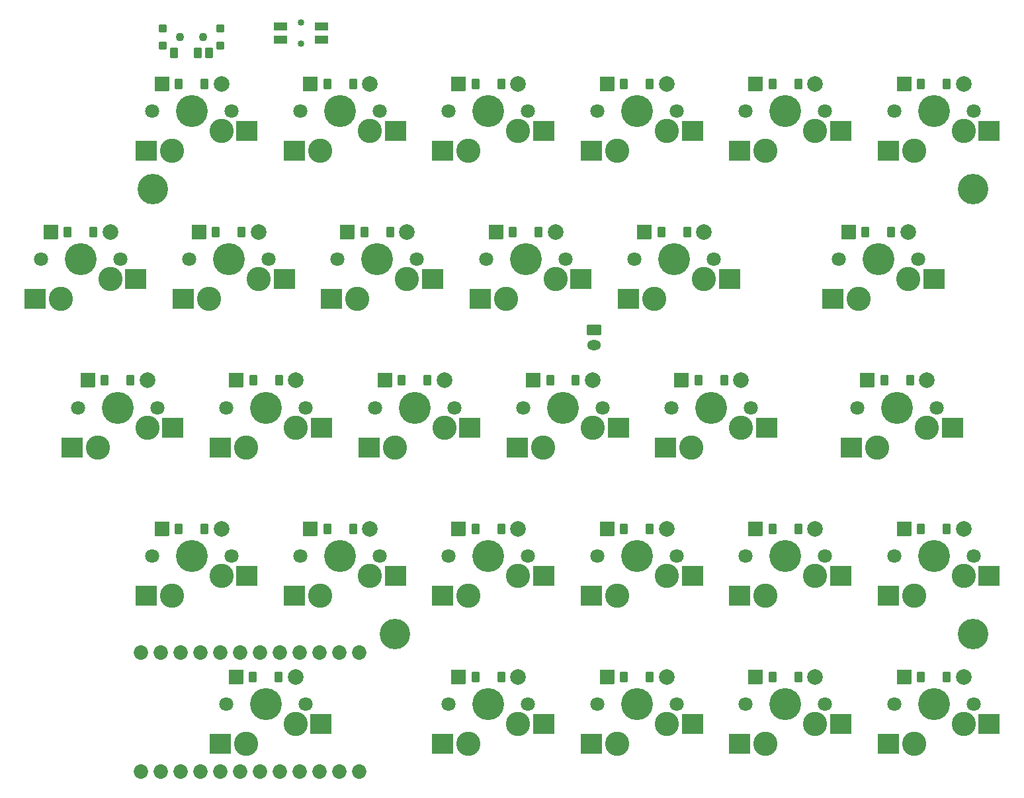
<source format=gbr>
%TF.GenerationSoftware,KiCad,Pcbnew,9.0.7*%
%TF.CreationDate,2026-01-20T23:17:06-08:00*%
%TF.ProjectId,right,72696768-742e-46b6-9963-61645f706362,v1.0.0*%
%TF.SameCoordinates,Original*%
%TF.FileFunction,Soldermask,Bot*%
%TF.FilePolarity,Negative*%
%FSLAX46Y46*%
G04 Gerber Fmt 4.6, Leading zero omitted, Abs format (unit mm)*
G04 Created by KiCad (PCBNEW 9.0.7) date 2026-01-20 23:17:06*
%MOMM*%
%LPD*%
G01*
G04 APERTURE LIST*
G04 Aperture macros list*
%AMRoundRect*
0 Rectangle with rounded corners*
0 $1 Rounding radius*
0 $2 $3 $4 $5 $6 $7 $8 $9 X,Y pos of 4 corners*
0 Add a 4 corners polygon primitive as box body*
4,1,4,$2,$3,$4,$5,$6,$7,$8,$9,$2,$3,0*
0 Add four circle primitives for the rounded corners*
1,1,$1+$1,$2,$3*
1,1,$1+$1,$4,$5*
1,1,$1+$1,$6,$7*
1,1,$1+$1,$8,$9*
0 Add four rect primitives between the rounded corners*
20,1,$1+$1,$2,$3,$4,$5,0*
20,1,$1+$1,$4,$5,$6,$7,0*
20,1,$1+$1,$6,$7,$8,$9,0*
20,1,$1+$1,$8,$9,$2,$3,0*%
G04 Aperture macros list end*
%ADD10RoundRect,0.050000X-0.450000X-0.450000X0.450000X-0.450000X0.450000X0.450000X-0.450000X0.450000X0*%
%ADD11C,1.100000*%
%ADD12RoundRect,0.050000X-0.450000X-0.625000X0.450000X-0.625000X0.450000X0.625000X-0.450000X0.625000X0*%
%ADD13RoundRect,0.050000X-0.889000X-0.889000X0.889000X-0.889000X0.889000X0.889000X-0.889000X0.889000X0*%
%ADD14RoundRect,0.050000X-0.450000X-0.600000X0.450000X-0.600000X0.450000X0.600000X-0.450000X0.600000X0*%
%ADD15C,2.005000*%
%ADD16C,1.801800*%
%ADD17C,3.100000*%
%ADD18C,4.087800*%
%ADD19RoundRect,0.050000X1.275000X1.250000X-1.275000X1.250000X-1.275000X-1.250000X1.275000X-1.250000X0*%
%ADD20C,0.850000*%
%ADD21RoundRect,0.050000X-0.775000X-0.500000X0.775000X-0.500000X0.775000X0.500000X-0.775000X0.500000X0*%
%ADD22C,3.900000*%
%ADD23RoundRect,0.050000X-0.850000X0.600000X-0.850000X-0.600000X0.850000X-0.600000X0.850000X0.600000X0*%
%ADD24O,1.800000X1.300000*%
%ADD25C,1.852600*%
G04 APERTURE END LIST*
D10*
%TO.C,T1*%
X265300000Y-63400000D03*
X265300000Y-65600000D03*
D11*
X267500000Y-64500000D03*
X270500000Y-64500000D03*
D10*
X272700000Y-63400000D03*
X272700000Y-65600000D03*
D12*
X266750000Y-66575000D03*
X269750000Y-66575000D03*
X271250000Y-66575000D03*
%TD*%
D13*
%TO.C,D21*%
X322190000Y-70500000D03*
D14*
X324350000Y-70500000D03*
X327650000Y-70500000D03*
D15*
X329810000Y-70500000D03*
%TD*%
D13*
%TO.C,D27*%
X360190000Y-146500000D03*
D14*
X362350000Y-146500000D03*
X365650000Y-146500000D03*
D15*
X367810000Y-146500000D03*
%TD*%
D13*
%TO.C,D17*%
X322190000Y-146500000D03*
D14*
X324350000Y-146500000D03*
X327650000Y-146500000D03*
D15*
X329810000Y-146500000D03*
%TD*%
D13*
%TO.C,D16*%
X303190000Y-70500000D03*
D14*
X305350000Y-70500000D03*
X308650000Y-70500000D03*
D15*
X310810000Y-70500000D03*
%TD*%
D13*
%TO.C,D7*%
X274665000Y-146500000D03*
D14*
X276825000Y-146500000D03*
X280125000Y-146500000D03*
D15*
X282285000Y-146500000D03*
%TD*%
D13*
%TO.C,D1*%
X255715000Y-108500000D03*
D14*
X257875000Y-108500000D03*
X261175000Y-108500000D03*
D15*
X263335000Y-108500000D03*
%TD*%
D13*
%TO.C,D4*%
X274715000Y-108500000D03*
D14*
X276875000Y-108500000D03*
X280175000Y-108500000D03*
D15*
X282335000Y-108500000D03*
%TD*%
D16*
%TO.C,S20*%
X335842500Y-93000000D03*
D17*
X334572500Y-95540000D03*
D18*
X330762500Y-93000000D03*
D17*
X328222500Y-98080000D03*
D16*
X325682500Y-93000000D03*
D19*
X337847500Y-95540000D03*
X324920500Y-98080000D03*
%TD*%
D16*
%TO.C,S10*%
X297842500Y-93000000D03*
D17*
X296572500Y-95540000D03*
D18*
X292762500Y-93000000D03*
D17*
X290222500Y-98080000D03*
D16*
X287682500Y-93000000D03*
D19*
X299847500Y-95540000D03*
X286920500Y-98080000D03*
%TD*%
D16*
%TO.C,S19*%
X340605000Y-112000000D03*
D17*
X339335000Y-114540000D03*
D18*
X335525000Y-112000000D03*
D17*
X332985000Y-117080000D03*
D16*
X330445000Y-112000000D03*
D19*
X342610000Y-114540000D03*
X329683000Y-117080000D03*
%TD*%
D16*
%TO.C,S24*%
X364367500Y-112000000D03*
D17*
X363097500Y-114540000D03*
D18*
X359287500Y-112000000D03*
D17*
X356747500Y-117080000D03*
D16*
X354207500Y-112000000D03*
D19*
X366372500Y-114540000D03*
X353445500Y-117080000D03*
%TD*%
D16*
%TO.C,S17*%
X331080000Y-150000000D03*
D17*
X329810000Y-152540000D03*
D18*
X326000000Y-150000000D03*
D17*
X323460000Y-155080000D03*
D16*
X320920000Y-150000000D03*
D19*
X333085000Y-152540000D03*
X320158000Y-155080000D03*
%TD*%
D13*
%TO.C,D2*%
X250952500Y-89500000D03*
D14*
X253112500Y-89500000D03*
X256412500Y-89500000D03*
D15*
X258572500Y-89500000D03*
%TD*%
D20*
%TO.C,B1*%
X283000000Y-62625000D03*
X283000000Y-65375000D03*
D21*
X280375000Y-63150000D03*
X285625000Y-63150000D03*
X280375000Y-64850000D03*
X285625000Y-64850000D03*
%TD*%
D16*
%TO.C,S12*%
X312080000Y-150000000D03*
D17*
X310810000Y-152540000D03*
D18*
X307000000Y-150000000D03*
D17*
X304460000Y-155080000D03*
D16*
X301920000Y-150000000D03*
D19*
X314085000Y-152540000D03*
X301158000Y-155080000D03*
%TD*%
D13*
%TO.C,D18*%
X322190000Y-127500000D03*
D14*
X324350000Y-127500000D03*
X327650000Y-127500000D03*
D15*
X329810000Y-127500000D03*
%TD*%
D13*
%TO.C,D14*%
X312715000Y-108500000D03*
D14*
X314875000Y-108500000D03*
X318175000Y-108500000D03*
D15*
X320335000Y-108500000D03*
%TD*%
D22*
%TO.C,H1*%
X264000000Y-84000000D03*
%TD*%
D23*
%TO.C,JST1*%
X320525000Y-102000000D03*
D24*
X320525000Y-104000000D03*
%TD*%
D16*
%TO.C,S21*%
X331080000Y-74000000D03*
D17*
X329810000Y-76540000D03*
D18*
X326000000Y-74000000D03*
D17*
X323460000Y-79080000D03*
D16*
X320920000Y-74000000D03*
D19*
X333085000Y-76540000D03*
X320158000Y-79080000D03*
%TD*%
D16*
%TO.C,S11*%
X293080000Y-74000000D03*
D17*
X291810000Y-76540000D03*
D18*
X288000000Y-74000000D03*
D17*
X285460000Y-79080000D03*
D16*
X282920000Y-74000000D03*
D19*
X295085000Y-76540000D03*
X282158000Y-79080000D03*
%TD*%
D16*
%TO.C,S1*%
X264605000Y-112000000D03*
D17*
X263335000Y-114540000D03*
D18*
X259525000Y-112000000D03*
D17*
X256985000Y-117080000D03*
D16*
X254445000Y-112000000D03*
D19*
X266610000Y-114540000D03*
X253683000Y-117080000D03*
%TD*%
D13*
%TO.C,D25*%
X353096250Y-89500000D03*
D14*
X355256250Y-89500000D03*
X358556250Y-89500000D03*
D15*
X360716250Y-89500000D03*
%TD*%
D16*
%TO.C,S25*%
X361986250Y-93000000D03*
D17*
X360716250Y-95540000D03*
D18*
X356906250Y-93000000D03*
D17*
X354366250Y-98080000D03*
D16*
X351826250Y-93000000D03*
D19*
X363991250Y-95540000D03*
X351064250Y-98080000D03*
%TD*%
D13*
%TO.C,D12*%
X303190000Y-146500000D03*
D14*
X305350000Y-146500000D03*
X308650000Y-146500000D03*
D15*
X310810000Y-146500000D03*
%TD*%
D16*
%TO.C,S3*%
X274080000Y-131000000D03*
D17*
X272810000Y-133540000D03*
D18*
X269000000Y-131000000D03*
D17*
X266460000Y-136080000D03*
D16*
X263920000Y-131000000D03*
D19*
X276085000Y-133540000D03*
X263158000Y-136080000D03*
%TD*%
D16*
%TO.C,S6*%
X274080000Y-74000000D03*
D17*
X272810000Y-76540000D03*
D18*
X269000000Y-74000000D03*
D17*
X266460000Y-79080000D03*
D16*
X263920000Y-74000000D03*
D19*
X276085000Y-76540000D03*
X263158000Y-79080000D03*
%TD*%
D13*
%TO.C,D13*%
X303190000Y-127500000D03*
D14*
X305350000Y-127500000D03*
X308650000Y-127500000D03*
D15*
X310810000Y-127500000D03*
%TD*%
D13*
%TO.C,D8*%
X284190000Y-127500000D03*
D14*
X286350000Y-127500000D03*
X289650000Y-127500000D03*
D15*
X291810000Y-127500000D03*
%TD*%
D16*
%TO.C,S4*%
X283605000Y-112000000D03*
D17*
X282335000Y-114540000D03*
D18*
X278525000Y-112000000D03*
D17*
X275985000Y-117080000D03*
D16*
X273445000Y-112000000D03*
D19*
X285610000Y-114540000D03*
X272683000Y-117080000D03*
%TD*%
D13*
%TO.C,D5*%
X269952500Y-89500000D03*
D14*
X272112500Y-89500000D03*
X275412500Y-89500000D03*
D15*
X277572500Y-89500000D03*
%TD*%
D25*
%TO.C,MCU1*%
X262505000Y-143380000D03*
X265045000Y-143380000D03*
X267585000Y-143380000D03*
X270125000Y-143380000D03*
X272665000Y-143380000D03*
X275205000Y-143380000D03*
X277745000Y-143380000D03*
X280285000Y-143380000D03*
X282825000Y-143380000D03*
X285365000Y-143380000D03*
X287905000Y-143380000D03*
X290445000Y-143380000D03*
X290445000Y-158620000D03*
X287905000Y-158620000D03*
X285365000Y-158620000D03*
X282825000Y-158620000D03*
X280285000Y-158620000D03*
X277745000Y-158620000D03*
X275205000Y-158620000D03*
X272665000Y-158620000D03*
X270125000Y-158620000D03*
X267585000Y-158620000D03*
X265045000Y-158620000D03*
X262505000Y-158620000D03*
%TD*%
D16*
%TO.C,S26*%
X350080000Y-74000000D03*
D17*
X348810000Y-76540000D03*
D18*
X345000000Y-74000000D03*
D17*
X342460000Y-79080000D03*
D16*
X339920000Y-74000000D03*
D19*
X352085000Y-76540000D03*
X339158000Y-79080000D03*
%TD*%
D16*
%TO.C,S15*%
X316842500Y-93000000D03*
D17*
X315572500Y-95540000D03*
D18*
X311762500Y-93000000D03*
D17*
X309222500Y-98080000D03*
D16*
X306682500Y-93000000D03*
D19*
X318847500Y-95540000D03*
X305920500Y-98080000D03*
%TD*%
D13*
%TO.C,D6*%
X265190000Y-70500000D03*
D14*
X267350000Y-70500000D03*
X270650000Y-70500000D03*
D15*
X272810000Y-70500000D03*
%TD*%
D13*
%TO.C,D11*%
X284190000Y-70500000D03*
D14*
X286350000Y-70500000D03*
X289650000Y-70500000D03*
D15*
X291810000Y-70500000D03*
%TD*%
D16*
%TO.C,S27*%
X369080000Y-150000000D03*
D17*
X367810000Y-152540000D03*
D18*
X364000000Y-150000000D03*
D17*
X361460000Y-155080000D03*
D16*
X358920000Y-150000000D03*
D19*
X371085000Y-152540000D03*
X358158000Y-155080000D03*
%TD*%
D13*
%TO.C,D22*%
X341190000Y-146500000D03*
D14*
X343350000Y-146500000D03*
X346650000Y-146500000D03*
D15*
X348810000Y-146500000D03*
%TD*%
D13*
%TO.C,D19*%
X331715000Y-108500000D03*
D14*
X333875000Y-108500000D03*
X337175000Y-108500000D03*
D15*
X339335000Y-108500000D03*
%TD*%
D16*
%TO.C,S18*%
X331080000Y-131000000D03*
D17*
X329810000Y-133540000D03*
D18*
X326000000Y-131000000D03*
D17*
X323460000Y-136080000D03*
D16*
X320920000Y-131000000D03*
D19*
X333085000Y-133540000D03*
X320158000Y-136080000D03*
%TD*%
D16*
%TO.C,S5*%
X278842500Y-93000000D03*
D17*
X277572500Y-95540000D03*
D18*
X273762500Y-93000000D03*
D17*
X271222500Y-98080000D03*
D16*
X268682500Y-93000000D03*
D19*
X280847500Y-95540000D03*
X267920500Y-98080000D03*
%TD*%
D16*
%TO.C,S16*%
X312080000Y-74000000D03*
D17*
X310810000Y-76540000D03*
D18*
X307000000Y-74000000D03*
D17*
X304460000Y-79080000D03*
D16*
X301920000Y-74000000D03*
D19*
X314085000Y-76540000D03*
X301158000Y-79080000D03*
%TD*%
D16*
%TO.C,S13*%
X312080000Y-131000000D03*
D17*
X310810000Y-133540000D03*
D18*
X307000000Y-131000000D03*
D17*
X304460000Y-136080000D03*
D16*
X301920000Y-131000000D03*
D19*
X314085000Y-133540000D03*
X301158000Y-136080000D03*
%TD*%
D13*
%TO.C,D23*%
X341190000Y-127500000D03*
D14*
X343350000Y-127500000D03*
X346650000Y-127500000D03*
D15*
X348810000Y-127500000D03*
%TD*%
D13*
%TO.C,D3*%
X265190000Y-127500000D03*
D14*
X267350000Y-127500000D03*
X270650000Y-127500000D03*
D15*
X272810000Y-127500000D03*
%TD*%
D16*
%TO.C,S23*%
X350080000Y-131000000D03*
D17*
X348810000Y-133540000D03*
D18*
X345000000Y-131000000D03*
D17*
X342460000Y-136080000D03*
D16*
X339920000Y-131000000D03*
D19*
X352085000Y-133540000D03*
X339158000Y-136080000D03*
%TD*%
D13*
%TO.C,D29*%
X360190000Y-70500000D03*
D14*
X362350000Y-70500000D03*
X365650000Y-70500000D03*
D15*
X367810000Y-70500000D03*
%TD*%
D16*
%TO.C,S9*%
X302605000Y-112000000D03*
D17*
X301335000Y-114540000D03*
D18*
X297525000Y-112000000D03*
D17*
X294985000Y-117080000D03*
D16*
X292445000Y-112000000D03*
D19*
X304610000Y-114540000D03*
X291683000Y-117080000D03*
%TD*%
D13*
%TO.C,D26*%
X341190000Y-70500000D03*
D14*
X343350000Y-70500000D03*
X346650000Y-70500000D03*
D15*
X348810000Y-70500000D03*
%TD*%
D13*
%TO.C,D15*%
X307952500Y-89500000D03*
D14*
X310112500Y-89500000D03*
X313412500Y-89500000D03*
D15*
X315572500Y-89500000D03*
%TD*%
D13*
%TO.C,D10*%
X288952500Y-89500000D03*
D14*
X291112500Y-89500000D03*
X294412500Y-89500000D03*
D15*
X296572500Y-89500000D03*
%TD*%
D16*
%TO.C,S28*%
X369080000Y-131000000D03*
D17*
X367810000Y-133540000D03*
D18*
X364000000Y-131000000D03*
D17*
X361460000Y-136080000D03*
D16*
X358920000Y-131000000D03*
D19*
X371085000Y-133540000D03*
X358158000Y-136080000D03*
%TD*%
D13*
%TO.C,D20*%
X326952500Y-89500000D03*
D14*
X329112500Y-89500000D03*
X332412500Y-89500000D03*
D15*
X334572500Y-89500000D03*
%TD*%
D22*
%TO.C,H3*%
X295000000Y-141000000D03*
%TD*%
D16*
%TO.C,S8*%
X293080000Y-131000000D03*
D17*
X291810000Y-133540000D03*
D18*
X288000000Y-131000000D03*
D17*
X285460000Y-136080000D03*
D16*
X282920000Y-131000000D03*
D19*
X295085000Y-133540000D03*
X282158000Y-136080000D03*
%TD*%
D22*
%TO.C,H4*%
X369000000Y-141000000D03*
%TD*%
D16*
%TO.C,S22*%
X350080000Y-150000000D03*
D17*
X348810000Y-152540000D03*
D18*
X345000000Y-150000000D03*
D17*
X342460000Y-155080000D03*
D16*
X339920000Y-150000000D03*
D19*
X352085000Y-152540000D03*
X339158000Y-155080000D03*
%TD*%
D13*
%TO.C,D24*%
X355477500Y-108500000D03*
D14*
X357637500Y-108500000D03*
X360937500Y-108500000D03*
D15*
X363097500Y-108500000D03*
%TD*%
D16*
%TO.C,S29*%
X369080000Y-74000000D03*
D17*
X367810000Y-76540000D03*
D18*
X364000000Y-74000000D03*
D17*
X361460000Y-79080000D03*
D16*
X358920000Y-74000000D03*
D19*
X371085000Y-76540000D03*
X358158000Y-79080000D03*
%TD*%
D16*
%TO.C,S7*%
X283555000Y-150000000D03*
D17*
X282285000Y-152540000D03*
D18*
X278475000Y-150000000D03*
D17*
X275935000Y-155080000D03*
D16*
X273395000Y-150000000D03*
D19*
X285560000Y-152540000D03*
X272633000Y-155080000D03*
%TD*%
D16*
%TO.C,S2*%
X259842500Y-93000000D03*
D17*
X258572500Y-95540000D03*
D18*
X254762500Y-93000000D03*
D17*
X252222500Y-98080000D03*
D16*
X249682500Y-93000000D03*
D19*
X261847500Y-95540000D03*
X248920500Y-98080000D03*
%TD*%
D13*
%TO.C,D9*%
X293715000Y-108500000D03*
D14*
X295875000Y-108500000D03*
X299175000Y-108500000D03*
D15*
X301335000Y-108500000D03*
%TD*%
D22*
%TO.C,H2*%
X369000000Y-84000000D03*
%TD*%
D16*
%TO.C,S14*%
X321605000Y-112000000D03*
D17*
X320335000Y-114540000D03*
D18*
X316525000Y-112000000D03*
D17*
X313985000Y-117080000D03*
D16*
X311445000Y-112000000D03*
D19*
X323610000Y-114540000D03*
X310683000Y-117080000D03*
%TD*%
D13*
%TO.C,D28*%
X360190000Y-127500000D03*
D14*
X362350000Y-127500000D03*
X365650000Y-127500000D03*
D15*
X367810000Y-127500000D03*
%TD*%
M02*

</source>
